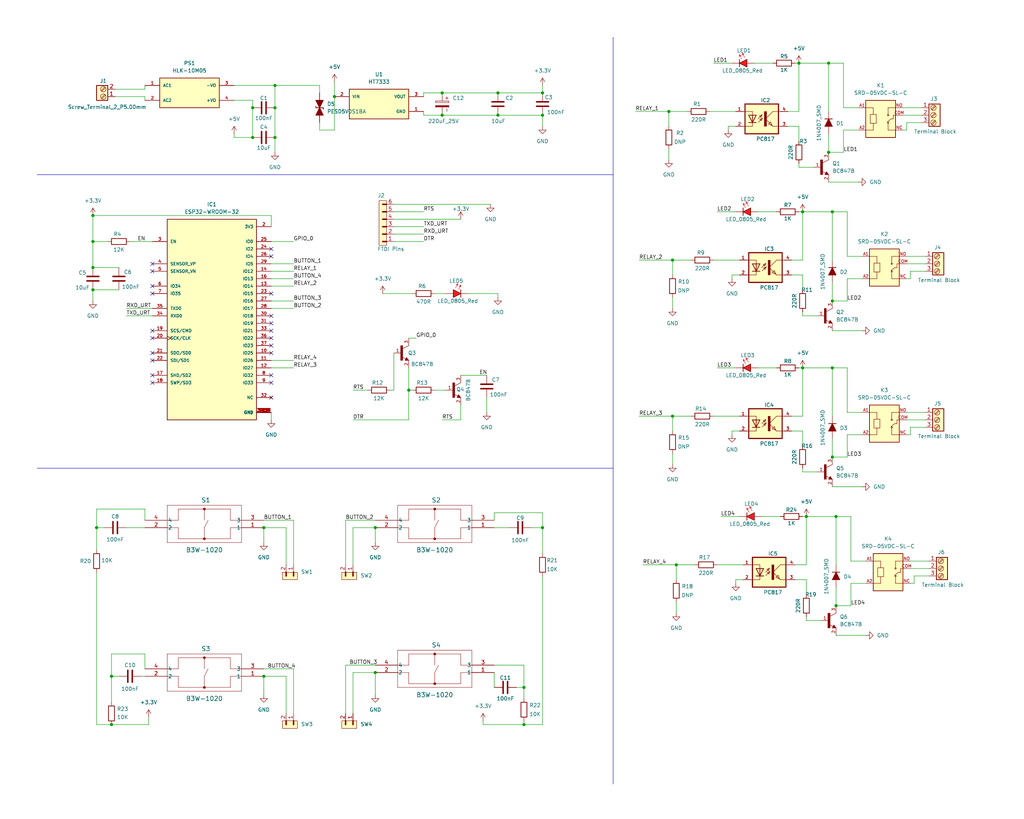
<source format=kicad_sch>
(kicad_sch (version 20231120) (generator "eeschema") (generator_version "8.0")
  (paper "User" 350 280)
  (title_block (title "Home IOT ESP32") (date "2025-03-26") (rev "1.0") (company "fathirqin"))
  (junction (at 31.75 82.55))
  (junction (at 93.98 46.99))
  (junction (at 31.75 91.44))
  (junction (at 33.02 180.34))
  (junction (at 90.17 180.34))
  (junction (at 179.07 247.65))
  (junction (at 170.18 31.75))
  (junction (at 90.17 231.14))
  (junction (at 284.48 102.87))
  (junction (at 38.1 231.14))
  (junction (at 114.3 33.02))
  (junction (at 151.13 39.37))
  (junction (at 275.59 176.53))
  (junction (at 284.48 156.21))
  (junction (at 93.98 29.21))
  (junction (at 185.42 180.34))
  (junction (at 283.21 21.59))
  (junction (at 231.14 193.04))
  (junction (at 179.07 234.95))
  (junction (at 229.87 88.9))
  (junction (at 93.98 36.83))
  (junction (at 31.75 99.06))
  (junction (at 139.7 133.35))
  (junction (at 128.27 180.34))
  (junction (at 38.1 247.65))
  (junction (at 170.18 39.37))
  (junction (at 185.42 39.37))
  (junction (at 229.87 142.24))
  (junction (at 285.75 207.01))
  (junction (at 284.48 125.73))
  (junction (at 128.27 229.87))
  (junction (at 31.75 73.66))
  (junction (at 273.05 21.59))
  (junction (at 228.6 38.1))
  (junction (at 274.32 125.73))
  (junction (at 86.36 36.83))
  (junction (at 283.21 52.07))
  (junction (at 185.42 31.75))
  (junction (at 274.32 72.39))
  (junction (at 151.13 31.75))
  (junction (at 285.75 176.53))
  (junction (at 284.48 72.39))
  (junction (at 86.36 46.99))
  (no_connect (at 92.71 135.89))
  (no_connect (at 92.71 120.65))
  (no_connect (at 92.71 130.81))
  (no_connect (at 52.07 115.57))
  (no_connect (at 92.71 110.49))
  (no_connect (at 92.71 107.95))
  (no_connect (at 52.07 90.17))
  (no_connect (at 92.71 115.57))
  (no_connect (at 52.07 130.81))
  (no_connect (at 92.71 87.63))
  (no_connect (at 52.07 120.65))
  (no_connect (at 92.71 100.33))
  (no_connect (at 52.07 100.33))
  (no_connect (at 92.71 128.27))
  (no_connect (at 52.07 123.19))
  (no_connect (at 52.07 97.79))
  (no_connect (at 92.71 118.11))
  (no_connect (at 52.07 92.71))
  (no_connect (at 52.07 113.03))
  (no_connect (at 92.71 85.09))
  (no_connect (at 92.71 113.03))
  (no_connect (at 52.07 128.27))
  (wire (pts (xy 31.75 91.44) (xy 40.64 91.44)))
  (wire (pts (xy 290.83 176.53) (xy 285.75 176.53)))
  (wire (pts (xy 33.02 180.34) (xy 33.02 187.96)))
  (wire (pts (xy 289.56 156.21) (xy 284.48 156.21)))
  (wire (pts (xy 289.56 140.97) (xy 289.56 125.73)))
  (wire (pts (xy 284.48 88.9) (xy 284.48 72.39)))
  (wire (pts (xy 31.75 73.66) (xy 31.75 82.55)))
  (wire (pts (xy 228.6 38.1) (xy 234.95 38.1)))
  (wire (pts (xy 308.61 39.37) (xy 314.96 39.37)))
  (wire (pts (xy 284.48 113.03) (xy 294.64 113.03)))
  (wire (pts (xy 284.48 149.86) (xy 284.48 156.21)))
  (wire (pts (xy 92.71 105.41) (xy 100.33 105.41)))
  (wire (pts (xy 165.1 246.38) (xy 165.1 247.65)))
  (wire (pts (xy 185.42 247.65) (xy 179.07 247.65)))
  (wire (pts (xy 44.45 82.55) (xy 52.07 82.55)))
  (wire (pts (xy 185.42 180.34) (xy 185.42 189.23)))
  (wire (pts (xy 50.8 247.65) (xy 38.1 247.65)))
  (wire (pts (xy 157.48 128.27) (xy 166.37 128.27)))
  (wire (pts (xy 274.32 160.02) (xy 274.32 161.29)))
  (wire (pts (xy 144.78 38.1) (xy 144.78 39.37)))
  (wire (pts (xy 293.37 44.45) (xy 288.29 44.45)))
  (wire (pts (xy 283.21 38.1) (xy 283.21 21.59)))
  (wire (pts (xy 93.98 36.83) (xy 93.98 46.99)))
  (wire (pts (xy 97.79 180.34) (xy 90.17 180.34)))
  (wire (pts (xy 118.11 227.33) (xy 118.11 243.84)))
  (wire (pts (xy 31.75 82.55) (xy 31.75 91.44)))
  (wire (pts (xy 217.17 38.1) (xy 228.6 38.1)))
  (wire (pts (xy 228.6 38.1) (xy 228.6 43.18)))
  (wire (pts (xy 80.01 45.72) (xy 80.01 46.99)))
  (wire (pts (xy 134.62 82.55) (xy 144.78 82.55)))
  (wire (pts (xy 168.91 177.8) (xy 168.91 175.26)))
  (wire (pts (xy 120.65 229.87) (xy 128.27 229.87)))
  (wire (pts (xy 289.56 72.39) (xy 284.48 72.39)))
  (wire (pts (xy 284.48 142.24) (xy 284.48 125.73)))
  (wire (pts (xy 285.75 193.04) (xy 285.75 176.53)))
  (wire (pts (xy 311.15 148.59) (xy 311.15 146.05)))
  (wire (pts (xy 275.59 212.09) (xy 280.67 212.09)))
  (wire (pts (xy 90.17 231.14) (xy 90.17 237.49)))
  (wire (pts (xy 289.56 148.59) (xy 289.56 156.21)))
  (wire (pts (xy 270.51 88.9) (xy 274.32 88.9)))
  (wire (pts (xy 92.71 95.25) (xy 100.33 95.25)))
  (wire (pts (xy 139.7 133.35) (xy 139.7 143.51)))
  (wire (pts (xy 311.15 194.31) (xy 317.5 194.31)))
  (wire (pts (xy 97.79 231.14) (xy 97.79 243.84)))
  (wire (pts (xy 250.19 147.32) (xy 250.19 148.59)))
  (wire (pts (xy 38.1 223.52) (xy 38.1 231.14)))
  (wire (pts (xy 92.71 90.17) (xy 100.33 90.17)))
  (wire (pts (xy 128.27 229.87) (xy 128.27 237.49)))
  (wire (pts (xy 49.53 177.8) (xy 49.53 173.99)))
  (wire (pts (xy 176.53 234.95) (xy 179.07 234.95)))
  (wire (pts (xy 231.14 193.04) (xy 237.49 193.04)))
  (wire (pts (xy 139.7 133.35) (xy 140.97 133.35)))
  (wire (pts (xy 245.11 72.39) (xy 251.46 72.39)))
  (wire (pts (xy 312.42 196.85) (xy 317.5 196.85)))
  (wire (pts (xy 92.71 140.97) (xy 92.71 143.51)))
  (wire (pts (xy 100.33 177.8) (xy 100.33 193.04)))
  (wire (pts (xy 33.02 195.58) (xy 33.02 247.65)))
  (wire (pts (xy 289.56 87.63) (xy 294.64 87.63)))
  (wire (pts (xy 274.32 106.68) (xy 274.32 107.95)))
  (wire (pts (xy 92.71 73.66) (xy 31.75 73.66)))
  (wire (pts (xy 259.08 72.39) (xy 265.43 72.39)))
  (wire (pts (xy 309.88 143.51) (xy 316.23 143.51)))
  (wire (pts (xy 274.32 93.98) (xy 274.32 99.06)))
  (wire (pts (xy 274.32 125.73) (xy 273.05 125.73)))
  (wire (pts (xy 49.53 223.52) (xy 38.1 223.52)))
  (wire (pts (xy 289.56 140.97) (xy 294.64 140.97)))
  (wire (pts (xy 120.65 180.34) (xy 128.27 180.34)))
  (wire (pts (xy 38.1 231.14) (xy 38.1 240.03)))
  (wire (pts (xy 109.22 29.21) (xy 109.22 31.75)))
  (wire (pts (xy 308.61 36.83) (xy 314.96 36.83)))
  (wire (pts (xy 242.57 38.1) (xy 251.46 38.1)))
  (wire (pts (xy 157.48 138.43) (xy 157.48 143.51)))
  (wire (pts (xy 92.71 102.87) (xy 100.33 102.87)))
  (wire (pts (xy 219.71 193.04) (xy 231.14 193.04)))
  (wire (pts (xy 49.53 33.02) (xy 49.53 34.29)))
  (wire (pts (xy 246.38 176.53) (xy 252.73 176.53)))
  (wire (pts (xy 251.46 198.12) (xy 251.46 199.39)))
  (wire (pts (xy 229.87 142.24) (xy 236.22 142.24)))
  (polyline (pts (xy 209.55 12.7) (xy 209.55 59.69)))
  (wire (pts (xy 134.62 80.01) (xy 144.78 80.01)))
  (wire (pts (xy 252.73 93.98) (xy 250.19 93.98)))
  (wire (pts (xy 179.07 234.95) (xy 179.07 238.76)))
  (wire (pts (xy 243.84 21.59) (xy 250.19 21.59)))
  (wire (pts (xy 309.88 87.63) (xy 316.23 87.63)))
  (wire (pts (xy 179.07 247.65) (xy 179.07 246.38)))
  (wire (pts (xy 284.48 72.39) (xy 274.32 72.39)))
  (wire (pts (xy 289.56 87.63) (xy 289.56 72.39)))
  (wire (pts (xy 275.59 210.82) (xy 275.59 212.09)))
  (wire (pts (xy 259.08 125.73) (xy 265.43 125.73)))
  (wire (pts (xy 231.14 193.04) (xy 231.14 198.12)))
  (wire (pts (xy 120.65 229.87) (xy 120.65 243.84)))
  (wire (pts (xy 148.59 133.35) (xy 152.4 133.35)))
  (wire (pts (xy 288.29 44.45) (xy 288.29 52.07)))
  (wire (pts (xy 311.15 146.05) (xy 316.23 146.05)))
  (wire (pts (xy 43.18 180.34) (xy 49.53 180.34)))
  (wire (pts (xy 166.37 135.89) (xy 166.37 140.97)))
  (wire (pts (xy 120.65 133.35) (xy 125.73 133.35)))
  (wire (pts (xy 92.71 97.79) (xy 100.33 97.79)))
  (wire (pts (xy 271.78 198.12) (xy 275.59 198.12)))
  (wire (pts (xy 114.3 27.94) (xy 114.3 33.02)))
  (polyline (pts (xy 209.55 59.69) (xy 209.55 160.02)))
  (wire (pts (xy 245.11 193.04) (xy 254 193.04)))
  (wire (pts (xy 118.11 177.8) (xy 128.27 177.8)))
  (wire (pts (xy 92.71 82.55) (xy 100.33 82.55)))
  (wire (pts (xy 109.22 41.91) (xy 109.22 44.45)))
  (wire (pts (xy 275.59 176.53) (xy 274.32 176.53)))
  (wire (pts (xy 289.56 102.87) (xy 284.48 102.87)))
  (wire (pts (xy 273.05 55.88) (xy 273.05 57.15)))
  (wire (pts (xy 134.62 69.85) (xy 167.64 69.85)))
  (wire (pts (xy 260.35 176.53) (xy 266.7 176.53)))
  (wire (pts (xy 270.51 93.98) (xy 274.32 93.98)))
  (wire (pts (xy 33.02 180.34) (xy 35.56 180.34)))
  (wire (pts (xy 283.21 62.23) (xy 293.37 62.23)))
  (wire (pts (xy 33.02 173.99) (xy 33.02 180.34)))
  (wire (pts (xy 229.87 88.9) (xy 229.87 93.98)))
  (wire (pts (xy 284.48 96.52) (xy 284.48 102.87)))
  (wire (pts (xy 311.15 92.71) (xy 316.23 92.71)))
  (wire (pts (xy 284.48 125.73) (xy 274.32 125.73)))
  (wire (pts (xy 151.13 143.51) (xy 157.48 143.51)))
  (wire (pts (xy 39.37 30.48) (xy 49.53 30.48)))
  (wire (pts (xy 285.75 176.53) (xy 275.59 176.53)))
  (wire (pts (xy 97.79 231.14) (xy 90.17 231.14)))
  (wire (pts (xy 97.79 180.34) (xy 97.79 193.04)))
  (wire (pts (xy 185.42 196.85) (xy 185.42 247.65)))
  (wire (pts (xy 243.84 142.24) (xy 252.73 142.24)))
  (wire (pts (xy 295.91 199.39) (xy 290.83 199.39)))
  (wire (pts (xy 128.27 227.33) (xy 118.11 227.33)))
  (wire (pts (xy 134.62 133.35) (xy 133.35 133.35)))
  (wire (pts (xy 289.56 125.73) (xy 284.48 125.73)))
  (wire (pts (xy 43.18 107.95) (xy 52.07 107.95)))
  (wire (pts (xy 168.91 180.34) (xy 173.99 180.34)))
  (wire (pts (xy 251.46 43.18) (xy 248.92 43.18)))
  (wire (pts (xy 92.71 77.47) (xy 92.71 73.66)))
  (wire (pts (xy 168.91 229.87) (xy 168.91 234.95)))
  (wire (pts (xy 168.91 175.26) (xy 185.42 175.26)))
  (wire (pts (xy 309.88 90.17) (xy 316.23 90.17)))
  (wire (pts (xy 274.32 72.39) (xy 273.05 72.39)))
  (wire (pts (xy 90.17 177.8) (xy 100.33 177.8)))
  (wire (pts (xy 130.81 100.33) (xy 140.97 100.33)))
  (wire (pts (xy 40.64 231.14) (xy 38.1 231.14)))
  (wire (pts (xy 80.01 46.99) (xy 86.36 46.99)))
  (wire (pts (xy 160.02 100.33) (xy 170.18 100.33)))
  (wire (pts (xy 288.29 52.07) (xy 283.21 52.07)))
  (wire (pts (xy 284.48 166.37) (xy 294.64 166.37)))
  (wire (pts (xy 134.62 72.39) (xy 144.78 72.39)))
  (wire (pts (xy 39.37 33.02) (xy 49.53 33.02)))
  (wire (pts (xy 120.65 143.51) (xy 139.7 143.51)))
  (polyline (pts (xy 12.7 59.69) (xy 209.55 59.69)))
  (wire (pts (xy 92.71 125.73) (xy 100.33 125.73)))
  (wire (pts (xy 49.53 228.6) (xy 49.53 223.52)))
  (wire (pts (xy 248.92 43.18) (xy 248.92 44.45)))
  (wire (pts (xy 288.29 36.83) (xy 293.37 36.83)))
  (wire (pts (xy 151.13 31.75) (xy 170.18 31.75)))
  (wire (pts (xy 229.87 101.6) (xy 229.87 105.41)))
  (wire (pts (xy 308.61 44.45) (xy 309.88 44.45)))
  (wire (pts (xy 80.01 29.21) (xy 93.98 29.21)))
  (wire (pts (xy 283.21 21.59) (xy 273.05 21.59)))
  (wire (pts (xy 245.11 125.73) (xy 251.46 125.73)))
  (wire (pts (xy 120.65 180.34) (xy 120.65 193.04)))
  (wire (pts (xy 269.24 43.18) (xy 273.05 43.18)))
  (wire (pts (xy 290.83 191.77) (xy 295.91 191.77)))
  (wire (pts (xy 309.88 44.45) (xy 309.88 41.91)))
  (wire (pts (xy 92.71 123.19) (xy 100.33 123.19)))
  (wire (pts (xy 311.15 191.77) (xy 317.5 191.77)))
  (wire (pts (xy 273.05 43.18) (xy 273.05 48.26)))
  (wire (pts (xy 90.17 180.34) (xy 90.17 185.42)))
  (wire (pts (xy 49.53 30.48) (xy 49.53 29.21)))
  (wire (pts (xy 139.7 125.73) (xy 139.7 133.35)))
  (wire (pts (xy 257.81 21.59) (xy 264.16 21.59)))
  (wire (pts (xy 31.75 99.06) (xy 40.64 99.06)))
  (wire (pts (xy 275.59 193.04) (xy 275.59 176.53)))
  (wire (pts (xy 139.7 115.57) (xy 142.24 115.57)))
  (wire (pts (xy 274.32 147.32) (xy 274.32 152.4)))
  (wire (pts (xy 274.32 142.24) (xy 274.32 125.73)))
  (wire (pts (xy 274.32 88.9) (xy 274.32 72.39)))
  (wire (pts (xy 283.21 45.72) (xy 283.21 52.07)))
  (wire (pts (xy 254 198.12) (xy 251.46 198.12)))
  (wire (pts (xy 309.88 148.59) (xy 311.15 148.59)))
  (wire (pts (xy 309.88 41.91) (xy 314.96 41.91)))
  (wire (pts (xy 48.26 231.14) (xy 49.53 231.14)))
  (polyline (pts (xy 209.55 160.02) (xy 209.55 267.97)))
  (wire (pts (xy 170.18 100.33) (xy 170.18 101.6)))
  (wire (pts (xy 185.42 175.26) (xy 185.42 180.34)))
  (wire (pts (xy 134.62 77.47) (xy 144.78 77.47)))
  (wire (pts (xy 275.59 198.12) (xy 275.59 203.2)))
  (wire (pts (xy 271.78 193.04) (xy 275.59 193.04)))
  (wire (pts (xy 294.64 95.25) (xy 289.56 95.25)))
  (wire (pts (xy 288.29 36.83) (xy 288.29 21.59)))
  (wire (pts (xy 231.14 205.74) (xy 231.14 209.55)))
  (wire (pts (xy 128.27 180.34) (xy 128.27 185.42)))
  (wire (pts (xy 93.98 46.99) (xy 93.98 52.07)))
  (wire (pts (xy 92.71 92.71) (xy 100.33 92.71)))
  (wire (pts (xy 114.3 44.45) (xy 114.3 33.02)))
  (wire (pts (xy 185.42 29.21) (xy 185.42 31.75)))
  (wire (pts (xy 285.75 200.66) (xy 285.75 207.01)))
  (wire (pts (xy 50.8 245.11) (xy 50.8 247.65)))
  (wire (pts (xy 170.18 39.37) (xy 185.42 39.37)))
  (wire (pts (xy 118.11 177.8) (xy 118.11 193.04)))
  (wire (pts (xy 36.83 82.55) (xy 31.75 82.55)))
  (wire (pts (xy 285.75 217.17) (xy 295.91 217.17)))
  (wire (pts (xy 218.44 142.24) (xy 229.87 142.24)))
  (polyline (pts (xy 12.7 160.02) (xy 209.55 160.02)))
  (wire (pts (xy 86.36 36.83) (xy 86.36 46.99)))
  (wire (pts (xy 185.42 39.37) (xy 185.42 43.18)))
  (wire (pts (xy 151.13 39.37) (xy 170.18 39.37)))
  (wire (pts (xy 229.87 142.24) (xy 229.87 147.32)))
  (wire (pts (xy 181.61 180.34) (xy 185.42 180.34)))
  (wire (pts (xy 170.18 31.75) (xy 185.42 31.75)))
  (wire (pts (xy 309.88 140.97) (xy 316.23 140.97)))
  (wire (pts (xy 274.32 161.29) (xy 279.4 161.29)))
  (wire (pts (xy 109.22 29.21) (xy 93.98 29.21)))
  (wire (pts (xy 165.1 247.65) (xy 179.07 247.65)))
  (wire (pts (xy 311.15 95.25) (xy 311.15 92.71)))
  (wire (pts (xy 168.91 227.33) (xy 179.07 227.33)))
  (wire (pts (xy 49.53 173.99) (xy 33.02 173.99)))
  (wire (pts (xy 144.78 39.37) (xy 151.13 39.37)))
  (wire (pts (xy 43.18 105.41) (xy 52.07 105.41)))
  (wire (pts (xy 229.87 88.9) (xy 236.22 88.9)))
  (wire (pts (xy 144.78 33.02) (xy 144.78 31.75)))
  (wire (pts (xy 93.98 29.21) (xy 93.98 36.83)))
  (wire (pts (xy 228.6 50.8) (xy 228.6 54.61)))
  (wire (pts (xy 86.36 34.29) (xy 86.36 36.83)))
  (wire (pts (xy 274.32 107.95) (xy 279.4 107.95)))
  (wire (pts (xy 80.01 34.29) (xy 86.36 34.29)))
  (wire (pts (xy 144.78 31.75) (xy 151.13 31.75)))
  (wire (pts (xy 243.84 88.9) (xy 252.73 88.9)))
  (wire (pts (xy 109.22 44.45) (xy 114.3 44.45)))
  (wire (pts (xy 294.64 148.59) (xy 289.56 148.59)))
  (wire (pts (xy 269.24 38.1) (xy 273.05 38.1)))
  (wire (pts (xy 273.05 21.59) (xy 271.78 21.59)))
  (wire (pts (xy 270.51 142.24) (xy 274.32 142.24)))
  (wire (pts (xy 250.19 93.98) (xy 250.19 95.25)))
  (wire (pts (xy 309.88 95.25) (xy 311.15 95.25)))
  (wire (pts (xy 273.05 57.15) (xy 278.13 57.15)))
  (wire (pts (xy 290.83 199.39) (xy 290.83 207.01)))
  (wire (pts (xy 288.29 21.59) (xy 283.21 21.59)))
  (wire (pts (xy 270.51 147.32) (xy 274.32 147.32)))
  (wire (pts (xy 31.75 99.06) (xy 31.75 102.87)))
  (wire (pts (xy 218.44 88.9) (xy 229.87 88.9)))
  (wire (pts (xy 311.15 199.39) (xy 312.42 199.39)))
  (wire (pts (xy 290.83 207.01) (xy 285.75 207.01)))
  (wire (pts (xy 100.33 228.6) (xy 100.33 243.84)))
  (wire (pts (xy 289.56 95.25) (xy 289.56 102.87)))
  (wire (pts (xy 312.42 199.39) (xy 312.42 196.85)))
  (wire (pts (xy 134.62 74.93) (xy 157.48 74.93)))
  (wire (pts (xy 179.07 227.33) (xy 179.07 234.95)))
  (wire (pts (xy 90.17 228.6) (xy 100.33 228.6)))
  (wire (pts (xy 229.87 154.94) (xy 229.87 158.75)))
  (wire (pts (xy 252.73 147.32) (xy 250.19 147.32)))
  (wire (pts (xy 273.05 38.1) (xy 273.05 21.59)))
  (wire (pts (xy 148.59 100.33) (xy 152.4 100.33)))
  (wire (pts (xy 290.83 191.77) (xy 290.83 176.53)))
  (wire (pts (xy 134.62 120.65) (xy 134.62 133.35)))
  (wire (pts (xy 33.02 247.65) (xy 38.1 247.65)))
  (label "EN" (at 46.99 82.55 0))
  (label "LED4" (at 246.38 176.53 0))
  (label "RELAY_4" (at 219.71 193.04 0))
  (label "RXD_URT" (at 144.78 80.01 0))
  (label "RELAY_2" (at 218.44 88.9 0))
  (label "LED4" (at 290.83 207.01 0))
  (label "TXD_URT" (at 43.18 107.95 0))
  (label "RXD_URT" (at 43.18 105.41 0))
  (label "LED3" (at 289.56 156.21 0))
  (label "RTS" (at 120.65 133.35 0))
  (label "DTR" (at 144.78 82.55 0))
  (label "RELAY_1" (at 100.33 92.71 0))
  (label "LED3" (at 245.11 125.73 0))
  (label "TXD_URT" (at 144.78 77.47 0))
  (label "RELAY_1" (at 217.17 38.1 0))
  (label "RELAY_2" (at 100.33 97.79 0))
  (label "GPIO_0" (at 100.33 82.55 0))
  (label "BUTTON_1" (at 100.33 90.17 0))
  (label "RELAY_3" (at 218.44 142.24 0))
  (label "BUTTON_2" (at 100.33 105.41 0))
  (label "RELAY_3" (at 100.33 125.73 0))
  (label "LED2" (at 289.56 102.87 0))
  (label "BUTTON_3" (at 119.38 227.33 0))
  (label "LED1" (at 243.84 21.59 0))
  (label "GPIO_0" (at 142.24 115.57 0))
  (label "LED2" (at 245.11 72.39 0))
  (label "LED1" (at 288.29 52.07 0))
  (label "RTS" (at 144.78 72.39 0))
  (label "RELAY_4" (at 100.33 123.19 0))
  (label "EN" (at 163.83 128.27 0))
  (label "BUTTON_1" (at 90.17 177.8 0))
  (label "BUTTON_2" (at 118.11 177.8 0))
  (label "BUTTON_4" (at 100.33 95.25 0))
  (label "DTR" (at 120.65 143.51 0))
  (label "RTS" (at 151.13 143.51 0))
  (label "BUTTON_3" (at 100.33 102.87 0))
  (label "BUTTON_4" (at 91.44 228.6 0))
  (symbol (lib_id "PCM_4ms_Power-symbol:+3.3V") (at 50.8 245.11 0) (unit 1)
    (property "Reference" "#PWR03" (effects (hide yes)))
    (property "Value" "+3.3V" (at 50.8 240.03 0))
  )
  (symbol (lib_id "PCM_4ms_Power-symbol:GND") (at 248.92 44.45 0) (unit 1)
    (property "Reference" "#PWR022" (effects (hide yes)))
    (property "Value" "GND" (at 248.92 49.53 0))
  )
  (symbol (lib_id "PCM_Capacitor_US_AKL:C_0805") (at 170.18 35.56 0) (unit 1)
    (property "Reference" "C2" (at 172.72 33.528 0) (effects (justify left)))
    (property "Value" "10uF" (at 167.894 41.402 0) (effects (justify left)))
    (property "Footprint" "PCM_Capacitor_SMD_AKL:C_0805_2012Metric" (effects (hide yes)))
    (property "Description" "SMD 0805 MLCC capacitor, Alternate KiCad Library" (effects (hide yes)))
  )
  (symbol (lib_id "PCM_Capacitor_AKL:C_0805") (at 90.17 36.83 90) (unit 1)
    (property "Reference" "C1" (at 90.17 33.528 90))
    (property "Value" "100nF" (at 90.17 40.386 90))
    (property "Footprint" "PCM_Capacitor_SMD_AKL:C_0805_2012Metric" (effects (hide yes)))
    (property "Description" "SMD 0805 MLCC capacitor, Alternate KiCad Library" (effects (hide yes)))
  )
  (symbol (lib_id "PCM_4ms_Power-symbol:GND") (at 229.87 105.41 0) (unit 1)
    (property "Reference" "#PWR019" (effects (hide yes)))
    (property "Value" "GND" (at 229.87 110.49 0))
  )
  (symbol (lib_id "PCM_4ms_Power-symbol:+5V") (at 273.05 21.59 0) (unit 1)
    (property "Reference" "#PWR026" (effects (hide yes)))
    (property "Value" "+5V" (at 273.05 16.51 0))
  )
  (symbol (lib_id "PCM_4ms_Power-symbol:GND") (at 128.27 237.49 0) (unit 1)
    (property "Reference" "#PWR010" (effects (hide yes)))
    (property "Value" "GND" (at 128.27 242.57 0))
  )
  (symbol (lib_id "HT7333:HT7333") (at 129.54 35.56 0) (unit 1)
    (property "Reference" "U1" (at 129.54 25.4 0))
    (property "Value" "HT7333" (at 129.54 27.94 0))
    (property "Footprint" "HT7333:IC_HT7333" (effects (hide yes)))
    (property "MF" "Holtek Semiconductor" (effects (hide yes)))
    (property "MAXIMUM_PACKAGE_HEIGHT" "1.6 mm" (effects (hide yes)))
    (property "Package" "None" (effects (hide yes)))
    (property "Price" "None" (effects (hide yes)))
    (property "Check_prices" "https://www.snapeda.com/parts/HT7333/Holtek/view-part/?ref=eda" (effects (hide yes)))
    (property "STANDARD" "Manufacturer Recommendations" (effects (hide yes)))
    (property "PARTREV" "1.80" (effects (hide yes)))
    (property "SnapEDA_Link" "https://www.snapeda.com/parts/HT7333/Holtek/view-part/?ref=snap" (effects (hide yes)))
    (property "MP" "HT7333" (effects (hide yes)))
    (property "Description_1" "\n                        \n                            Three-terminal, low power, high voltage regulator implemented in CMOS technology\n                        \n" (effects (hide yes)))
    (property "SNAPEDA_PN" "HT7333" (effects (hide yes)))
    (property "Availability" "In Stock" (effects (hide yes)))
    (property "MANUFACTURER" "Holtek" (effects (hide yes)))
  )
  (symbol (lib_id "2025-03-26_04-49-07:B3W-1020") (at 90.17 180.34 180) (unit 1)
    (property "Reference" "S1" (at 70.358 170.942 0) (effects (font (size 1.524 1.524))))
    (property "Value" "B3W-1020" (at 69.85 187.96 0) (effects (font (size 1.524 1.524))))
    (property "Footprint" "B3W_1020:SW_B3W-1020_OMR" (effects (hide yes)))
    (property "Datasheet" "B3W-1020" (effects (hide yes)))
  )
  (symbol (lib_id "PCM_4ms_Power-symbol:GND") (at 231.14 209.55 0) (unit 1)
    (property "Reference" "#PWR021" (effects (hide yes)))
    (property "Value" "GND" (at 231.14 214.63 0))
  )
  (symbol (lib_id "ESP32-WROOM-32 (MK):ESP32-WROOM-32") (at 72.39 110.49 0) (unit 1)
    (property "Reference" "IC1" (at 72.39 69.85 0))
    (property "Value" "ESP32-WROOM-32" (at 72.39 72.39 0))
    (property "Footprint" "ESP32-WROOM-32:MODULE_ESP32-WROOM-32" (effects (hide yes)))
    (property "MF" "Espressif Systems" (effects (hide yes)))
    (property "MAXIMUM_PACKAGE_HEIGHT" "3.2 mm" (effects (hide yes)))
    (property "Package" "None" (effects (hide yes)))
    (property "Price" "None" (effects (hide yes)))
    (property "Check_prices" "https://www.snapeda.com/parts/ESP32-WROOM-32/Espressif+Systems/view-part/?ref=eda" (effects (hide yes)))
    (property "STANDARD" "Manufacturer Recommendations" (effects (hide yes)))
    (property "PARTREV" "2.9" (effects (hide yes)))
    (property "SnapEDA_Link" "https://www.snapeda.com/parts/ESP32-WROOM-32/Espressif+Systems/view-part/?ref=snap" (effects (hide yes)))
    (property "MP" "ESP32-WROOM-32" (effects (hide yes)))
    (property "Description_1" "\n                        \n                            Bluetooth, WiFi 802.11b/g/n, Bluetooth v4.2 +EDR, Class 1, 2 and 3 Transceiver Module 2.4GHz ~ 2.5GHz Antenna Not Included, U.FL Surface Mount\n                        \n" (effects (hide yes)))
    (property "Availability" "In Stock" (effects (hide yes)))
    (property "MANUFACTURER" "Espressif Systems" (effects (hide yes)))
  )
  (symbol (lib_id "PCM_SL_Pin_Headers:PINHD_1x6_Male") (at 130.81 76.2 180) (unit 1)
    (property "Reference" "J2" (at 130.302 66.802 0))
    (property "Value" "FTDI Pins" (at 133.604 85.09 0))
    (property "Footprint" "Connector_PinHeader_2.54mm:PinHeader_1x06_P2.54mm_Vertical" (effects (hide yes)))
    (property "Description" "Pin Header male with pin space 2.54mm. Pin Count -6" (effects (hide yes)))
  )
  (symbol (lib_id "PC817:PC817") (at 261.62 40.64 0) (unit 1)
    (property "Reference" "IC2" (at 261.62 34.29 0))
    (property "Value" "PC817" (at 261.62 47.498 0))
    (property "Footprint" "PC817:DIL04" (effects (hide yes)))
    (property "MF" "Renesas Electronics America Inc" (effects (hide yes)))
    (property "Description_1" "\n                        \n                            RF Mixer IC Cellular, DCS, PCS, W-CDMA, WLAN Up Converter 50MHz ~ 400MHz 6-SuperMiniMold\n                        \n" (effects (hide yes)))
    (property "Package" "None" (effects (hide yes)))
    (property "MPN" "PC817X4J000F" (effects (hide yes)))
    (property "Price" "None" (effects (hide yes)))
    (property "OC_FARNELL" "9707727" (effects (hide yes)))
    (property "SnapEDA_Link" "https://www.snapeda.com/parts/PC817/Renesas/view-part/?ref=snap" (effects (hide yes)))
    (property "MP" "PC817" (effects (hide yes)))
    (property "OC_NEWARK" "97K7059" (effects (hide yes)))
    (property "Availability" "Not in stock" (effects (hide yes)))
    (property "Check_prices" "https://www.snapeda.com/parts/PC817/Renesas/view-part/?ref=eda" (effects (hide yes)))
  )
  (symbol (lib_id "PCM_Capacitor_AKL:C_0805") (at 40.64 95.25 0) (unit 1)
    (property "Reference" "C6" (at 43.688 92.964 0))
    (property "Value" "100nF" (at 44.704 98.044 0))
    (property "Footprint" "PCM_Capacitor_SMD_AKL:C_0805_2012Metric" (effects (hide yes)))
    (property "Description" "SMD 0805 MLCC capacitor, Alternate KiCad Library" (effects (hide yes)))
  )
  (symbol (lib_id "PCM_SL_Pin_Headers:PINHD_1x2_Male") (at 119.38 247.65 270) (unit 1)
    (property "Reference" "SW4" (at 123.19 247.5249 90) (effects (justify left)))
    (property "Value" "PINHD_1x2_Male" (effects (hide yes)))
    (property "Footprint" "Connector_PinHeader_2.54mm:PinHeader_1x02_P2.54mm_Vertical" (effects (hide yes)))
    (property "Description" "Pin Header male with pin space 2.54mm. Pin Count -2" (effects (hide yes)))
  )
  (symbol (lib_id "PCM_SL_Screw_Terminal:Screw_Terminal_3_P5.00mm") (at 318.77 39.37 0) (unit 1)
    (property "Reference" "J3" (at 318.008 33.782 0) (effects (justify left)))
    (property "Value" "Terminal Block" (at 312.42 44.958 0) (effects (justify left)))
    (property "Footprint" "TerminalBlock_Phoenix:TerminalBlock_Phoenix_PT-1,5-3-5.0-H_1x03_P5.00mm_Horizontal" (effects (hide yes)))
  )
  (symbol (lib_id "PCM_LED_AKL:LED_0805_Red") (at 256.54 176.53 0) (mirror y) (unit 1)
    (property "Reference" "LED4" (at 256.794 172.212 0))
    (property "Value" "LED_0805_Red" (at 256.286 179.07 0))
    (property "Footprint" "PCM_LED_SMD_AKL:LED_0805_2012Metric" (effects (hide yes)))
    (property "Description" "Red SMD LED, 0805, Alternate KiCad Library" (effects (hide yes)))
  )
  (symbol (lib_id "BC847B:BC847B") (at 281.94 161.29 0) (unit 1)
    (property "Reference" "Q5" (at 285.75 160.0199 0) (effects (justify left)))
    (property "Value" "BC847B" (at 285.75 162.5599 0) (effects (justify left)))
    (property "Footprint" "BC847B:SOT100P230X110-3N" (effects (hide yes)))
    (property "MF" "STMicroelectronics" (effects (hide yes)))
    (property "SNAPEDA_PACKAGE_ID" "23981" (effects (hide yes)))
    (property "Package" "SOT-23-3 NXP Semiconductors" (effects (hide yes)))
    (property "Price" "None" (effects (hide yes)))
    (property "Check_prices" "https://www.snapeda.com/parts/BC847B/STMicroelectronics/view-part/?ref=eda" (effects (hide yes)))
    (property "STANDARD" "IPC-7351B" (effects (hide yes)))
    (property "PARTREV" "June 2002" (effects (hide yes)))
    (property "SnapEDA_Link" "https://www.snapeda.com/parts/BC847B/STMicroelectronics/view-part/?ref=snap" (effects (hide yes)))
    (property "MP" "BC847B" (effects (hide yes)))
    (property "Description_1" "\n                        \n                            Bipolar (BJT) Transistor NPN 45V 100mA 100MHz 150mW Surface Mount SOT-523\n                        \n" (effects (hide yes)))
    (property "MANUFACTURER" "ST Microelectronics" (effects (hide yes)))
    (property "Availability" "Not in stock" (effects (hide yes)))
    (property "MAXIMUM_PACKAGE_HEIGHT" "1.1mm" (effects (hide yes)))
  )
  (symbol (lib_id "PCM_Capacitor_US_AKL:C_0805") (at 90.17 46.99 90) (unit 1)
    (property "Reference" "C4" (at 90.17 43.434 90))
    (property "Value" "10uF" (at 90.17 50.546 90))
    (property "Footprint" "PCM_Capacitor_SMD_AKL:C_0805_2012Metric" (effects (hide yes)))
    (property "Description" "SMD 0805 MLCC capacitor, Alternate KiCad Library" (effects (hide yes)))
  )
  (symbol (lib_id "PCM_Resistor_AKL:R_0805") (at 144.78 133.35 90) (unit 1)
    (property "Reference" "R13" (at 144.272 130.81 90))
    (property "Value" "12K" (at 144.78 136.144 90))
    (property "Footprint" "PCM_Resistor_SMD_AKL:R_0805_2012Metric" (effects (hide yes)))
    (property "Description" "SMD 0805 Chip Resistor, European Symbol, Alternate KiCad Library" (effects (hide yes)))
  )
  (symbol (lib_id "PCM_4ms_Power-symbol:+5V") (at 114.3 27.94 0) (unit 1)
    (property "Reference" "#PWR035" (effects (hide yes)))
    (property "Value" "+5V" (at 114.3 22.86 0))
  )
  (symbol (lib_id "PCM_4ms_Power-symbol:GND") (at 295.91 217.17 90) (unit 1)
    (property "Reference" "#PWR033" (effects (hide yes)))
    (property "Value" "GND" (at 299.72 217.1699 90) (effects (justify right)))
  )
  (symbol (lib_id "PCM_Resistor_AKL:R_0805") (at 229.87 151.13 180) (unit 1)
    (property "Reference" "R15" (at 233.68 149.606 0))
    (property "Value" "DNP" (at 233.68 152.654 0))
    (property "Footprint" "PCM_Resistor_SMD_AKL:R_0805_2012Metric" (effects (hide yes)))
    (property "Description" "SMD 0805 Chip Resistor, European Symbol, Alternate KiCad Library" (effects (hide yes)))
  )
  (symbol (lib_id "PCM_4ms_Power-symbol:GND") (at 294.64 166.37 90) (unit 1)
    (property "Reference" "#PWR032" (effects (hide yes)))
    (property "Value" "GND" (at 298.45 166.3699 90) (effects (justify right)))
  )
  (symbol (lib_id "PCM_Resistor_AKL:R_0805") (at 270.51 176.53 270) (unit 1)
    (property "Reference" "R24" (at 270.51 174.244 90))
    (property "Value" "1K" (at 270.51 178.816 90))
    (property "Footprint" "PCM_Resistor_SMD_AKL:R_0805_2012Metric" (effects (hide yes)))
    (property "Description" "SMD 0805 Chip Resistor, European Symbol, Alternate KiCad Library" (effects (hide yes)))
  )
  (symbol (lib_id "PCM_Resistor_AKL:R_0805") (at 229.87 97.79 180) (unit 1)
    (property "Reference" "R10" (at 233.68 96.266 0))
    (property "Value" "DNP" (at 233.68 99.314 0))
    (property "Footprint" "PCM_Resistor_SMD_AKL:R_0805_2012Metric" (effects (hide yes)))
    (property "Description" "SMD 0805 Chip Resistor, European Symbol, Alternate KiCad Library" (effects (hide yes)))
  )
  (symbol (lib_id "SRD-05VDC-SL-C:SRD-05VDC-SL-C") (at 302.26 90.17 0) (unit 1)
    (property "Reference" "K2" (at 302.26 80.01 0))
    (property "Value" "SRD-05VDC-SL-C" (at 302.26 82.55 0))
    (property "Footprint" "SRD-05VDC-SL-C:RELAY_SRD-05VDC-SL-C" (effects (hide yes)))
    (property "MF" "Songle Relay" (effects (hide yes)))
    (property "Description_1" "\n                        \n                            5V Trigger Relay Module For Arduino And Raspberry Pi 5V Trigger Relay Module For Arduino And Raspberry Pi\n                        \n" (effects (hide yes)))
    (property "Package" "NON STANDARD-5 Songle Relay" (effects (hide yes)))
    (property "Price" "None" (effects (hide yes)))
    (property "Check_prices" "https://www.snapeda.com/parts/SRD-05VDC-SL-C/Songle+Relay/view-part/?ref=eda" (effects (hide yes)))
    (property "STANDARD" "IPC-7251" (effects (hide yes)))
    (property "SnapEDA_Link" "https://www.snapeda.com/parts/SRD-05VDC-SL-C/Songle+Relay/view-part/?ref=snap" (effects (hide yes)))
    (property "MP" "SRD-05VDC-SL-C" (effects (hide yes)))
    (property "Availability" "In Stock" (effects (hide yes)))
    (property "MANUFACTURER" "SONGLE RELAY" (effects (hide yes)))
  )
  (symbol (lib_id "PCM_4ms_Power-symbol:GND") (at 250.19 148.59 0) (unit 1)
    (property "Reference" "#PWR024" (effects (hide yes)))
    (property "Value" "GND" (at 250.19 153.67 0))
  )
  (symbol (lib_id "PCM_4ms_Power-symbol:GND") (at 228.6 54.61 0) (unit 1)
    (property "Reference" "#PWR018" (effects (hide yes)))
    (property "Value" "GND" (at 228.6 59.69 0))
  )
  (symbol (lib_id "PCM_Resistor_AKL:R_0805") (at 228.6 46.99 180) (unit 1)
    (property "Reference" "R2" (at 232.41 45.466 0))
    (property "Value" "DNP" (at 232.41 48.514 0))
    (property "Footprint" "PCM_Resistor_SMD_AKL:R_0805_2012Metric" (effects (hide yes)))
    (property "Description" "SMD 0805 Chip Resistor, European Symbol, Alternate KiCad Library" (effects (hide yes)))
  )
  (symbol (lib_id "PCM_Resistor_AKL:R_0805") (at 40.64 82.55 90) (unit 1)
    (property "Reference" "R4" (at 40.132 80.01 90))
    (property "Value" "12K" (at 40.64 85.344 90))
    (property "Footprint" "PCM_Resistor_SMD_AKL:R_0805_2012Metric" (effects (hide yes)))
    (property "Description" "SMD 0805 Chip Resistor, European Symbol, Alternate KiCad Library" (effects (hide yes)))
  )
  (symbol (lib_id "PCM_Resistor_AKL:R_0805") (at 269.24 125.73 270) (unit 1)
    (property "Reference" "R8" (at 269.24 123.444 90))
    (property "Value" "1K" (at 269.24 128.016 90))
    (property "Footprint" "PCM_Resistor_SMD_AKL:R_0805_2012Metric" (effects (hide yes)))
    (property "Description" "SMD 0805 Chip Resistor, European Symbol, Alternate KiCad Library" (effects (hide yes)))
  )
  (symbol (lib_id "PCM_Resistor_AKL:R_0805") (at 274.32 102.87 180) (unit 1)
    (property "Reference" "R11" (at 275.844 99.06 0))
    (property "Value" "220R" (at 271.526 102.87 90))
    (property "Footprint" "PCM_Resistor_SMD_AKL:R_0805_2012Metric" (effects (hide yes)))
    (property "Description" "SMD 0805 Chip Resistor, European Symbol, Alternate KiCad Library" (effects (hide yes)))
  )
  (symbol (lib_id "PCM_SL_Screw_Terminal:Screw_Terminal_3_P5.00mm") (at 321.31 194.31 0) (unit 1)
    (property "Reference" "J6" (at 320.548 188.722 0) (effects (justify left)))
    (property "Value" "Terminal Block" (at 314.96 199.898 0) (effects (justify left)))
    (property "Footprint" "TerminalBlock_Phoenix:TerminalBlock_Phoenix_PT-1,5-3-5.0-H_1x03_P5.00mm_Horizontal" (effects (hide yes)))
  )
  (symbol (lib_id "PCM_Resistor_AKL:R_0805") (at 179.07 242.57 180) (unit 1)
    (property "Reference" "R22" (at 182.88 241.046 0))
    (property "Value" "10K" (at 182.88 244.094 0))
    (property "Footprint" "PCM_Resistor_SMD_AKL:R_0805_2012Metric" (effects (hide yes)))
    (property "Description" "SMD 0805 Chip Resistor, European Symbol, Alternate KiCad Library" (effects (hide yes)))
  )
  (symbol (lib_id "PCM_Diode_AKL:M7") (at 283.21 41.91 90) (unit 1)
    (property "Reference" "D1" (at 285.75 42.164 90) (effects (justify right)))
    (property "Value" "1N4007_SMD" (at 279.908 35.814 0) (effects (justify right)))
    (property "Footprint" "PCM_Diode_SMD_AKL:D_SMA" (effects (hide yes)))
    (property "Datasheet" "https://www.tme.eu/Document/0550e9bf27627c5cdfb653945cb570ca/m1-m7.pdf" (effects (hide yes)))
    (property "Description" "SMA Diode, Rectifier, 1000V, 1A, Alternate KiCad Library" (effects (hide yes)))
  )
  (symbol (lib_id "PCM_4ms_Power-symbol:+3.3V") (at 165.1 246.38 0) (unit 1)
    (property "Reference" "#PWR013" (effects (hide yes)))
    (property "Value" "+3.3V" (at 165.1 241.3 0))
  )
  (symbol (lib_id "PC817:PC817") (at 262.89 91.44 0) (unit 1)
    (property "Reference" "IC3" (at 262.89 85.09 0))
    (property "Value" "PC817" (at 262.89 98.298 0))
    (property "Footprint" "PC817:DIL04" (effects (hide yes)))
    (property "MF" "Renesas Electronics America Inc" (effects (hide yes)))
    (property "Description_1" "\n                        \n                            RF Mixer IC Cellular, DCS, PCS, W-CDMA, WLAN Up Converter 50MHz ~ 400MHz 6-SuperMiniMold\n                        \n" (effects (hide yes)))
    (property "Package" "None" (effects (hide yes)))
    (property "MPN" "PC817X4J000F" (effects (hide yes)))
    (property "Price" "None" (effects (hide yes)))
    (property "OC_FARNELL" "9707727" (effects (hide yes)))
    (property "SnapEDA_Link" "https://www.snapeda.com/parts/PC817/Renesas/view-part/?ref=snap" (effects (hide yes)))
    (property "MP" "PC817" (effects (hide yes)))
    (property "OC_NEWARK" "97K7059" (effects (hide yes)))
    (property "Availability" "Not in stock" (effects (hide yes)))
    (property "Check_prices" "https://www.snapeda.com/parts/PC817/Renesas/view-part/?ref=eda" (effects (hide yes)))
  )
  (symbol (lib_id "PCM_Capacitor_US_AKL:C_0805") (at 31.75 95.25 0) (unit 1)
    (property "Reference" "C5" (at 28.194 93.218 0))
    (property "Value" "10uF" (at 28.194 98.298 0))
    (property "Footprint" "PCM_Capacitor_SMD_AKL:C_0805_2012Metric" (effects (hide yes)))
    (property "Description" "SMD 0805 MLCC capacitor, Alternate KiCad Library" (effects (hide yes)))
  )
  (symbol (lib_id "PCM_Capacitor_AKL:C_0805") (at 177.8 180.34 90) (unit 1)
    (property "Reference" "C9" (at 177.8 177.038 90))
    (property "Value" "100nF" (at 177.8 184.658 90))
    (property "Footprint" "PCM_Capacitor_SMD_AKL:C_0805_2012Metric" (effects (hide yes)))
    (property "Description" "SMD 0805 MLCC capacitor, Alternate KiCad Library" (effects (hide yes)))
  )
  (symbol (lib_id "BC847B:BC847B") (at 283.21 212.09 0) (unit 1)
    (property "Reference" "Q6" (at 287.02 210.8199 0) (effects (justify left)))
    (property "Value" "BC847B" (at 287.02 213.3599 0) (effects (justify left)))
    (property "Footprint" "BC847B:SOT100P230X110-3N" (effects (hide yes)))
    (property "MF" "STMicroelectronics" (effects (hide yes)))
    (property "SNAPEDA_PACKAGE_ID" "23981" (effects (hide yes)))
    (property "Package" "SOT-23-3 NXP Semiconductors" (effects (hide yes)))
    (property "Price" "None" (effects (hide yes)))
    (property "Check_prices" "https://www.snapeda.com/parts/BC847B/STMicroelectronics/view-part/?ref=eda" (effects (hide yes)))
    (property "STANDARD" "IPC-7351B" (effects (hide yes)))
    (property "PARTREV" "June 2002" (effects (hide yes)))
    (property "SnapEDA_Link" "https://www.snapeda.com/parts/BC847B/STMicroelectronics/view-part/?ref=snap" (effects (hide yes)))
    (property "MP" "BC847B" (effects (hide yes)))
    (property "Description_1" "\n                        \n                            Bipolar (BJT) Transistor NPN 45V 100mA 100MHz 150mW Surface Mount SOT-523\n                        \n" (effects (hide yes)))
    (property "MANUFACTURER" "ST Microelectronics" (effects (hide yes)))
    (property "Availability" "Not in stock" (effects (hide yes)))
    (property "MAXIMUM_PACKAGE_HEIGHT" "1.1mm" (effects (hide yes)))
  )
  (symbol (lib_id "PCM_Resistor_AKL:R_0805") (at 240.03 142.24 90) (unit 1)
    (property "Reference" "R14" (at 239.522 139.7 90))
    (property "Value" "220R" (at 240.03 145.034 90))
    (property "Footprint" "PCM_Resistor_SMD_AKL:R_0805_2012Metric" (effects (hide yes)))
    (property "Description" "SMD 0805 Chip Resistor, European Symbol, Alternate KiCad Library" (effects (hide yes)))
  )
  (symbol (lib_id "PCM_Resistor_AKL:R_0805") (at 241.3 193.04 90) (unit 1)
    (property "Reference" "R17" (at 240.792 190.5 90))
    (property "Value" "220R" (at 241.3 195.834 90))
    (property "Footprint" "PCM_Resistor_SMD_AKL:R_0805_2012Metric" (effects (hide yes)))
    (property "Description" "SMD 0805 Chip Resistor, European Symbol, Alternate KiCad Library" (effects (hide yes)))
  )
  (symbol (lib_id "PCM_4ms_Power-symbol:GND") (at 167.64 69.85 0) (unit 1)
    (property "Reference" "#PWR015" (effects (hide yes)))
    (property "Value" "GND" (at 167.64 74.93 0))
  )
  (symbol (lib_id "PCM_Resistor_AKL:R_0805") (at 38.1 243.84 180) (unit 1)
    (property "Reference" "R23" (at 41.91 242.316 0))
    (property "Value" "10K" (at 41.91 245.11 0))
    (property "Footprint" "PCM_Resistor_SMD_AKL:R_0805_2012Metric" (effects (hide yes)))
    (property "Description" "SMD 0805 Chip Resistor, European Symbol, Alternate KiCad Library" (effects (hide yes)))
  )
  (symbol (lib_id "PCM_SL_Pin_Headers:PINHD_1x2_Male") (at 119.38 196.85 270) (unit 1)
    (property "Reference" "SW2" (at 123.19 196.7249 90) (effects (justify left)))
    (property "Value" "PINHD_1x2_Male" (effects (hide yes)))
    (property "Footprint" "Connector_PinHeader_2.54mm:PinHeader_1x02_P2.54mm_Vertical" (effects (hide yes)))
    (property "Description" "Pin Header male with pin space 2.54mm. Pin Count -2" (effects (hide yes)))
  )
  (symbol (lib_id "PCM_4ms_Power-symbol:+3.3V") (at 130.81 100.33 0) (unit 1)
    (property "Reference" "#PWR011" (effects (hide yes)))
    (property "Value" "+3.3V" (at 130.81 95.25 0))
  )
  (symbol (lib_id "BC847B:BC847B") (at 280.67 57.15 0) (unit 1)
    (property "Reference" "Q1" (at 284.48 55.8799 0) (effects (justify left)))
    (property "Value" "BC847B" (at 284.48 58.4199 0) (effects (justify left)))
    (property "Footprint" "BC847B:SOT100P230X110-3N" (effects (hide yes)))
    (property "MF" "STMicroelectronics" (effects (hide yes)))
    (property "SNAPEDA_PACKAGE_ID" "23981" (effects (hide yes)))
    (property "Package" "SOT-23-3 NXP Semiconductors" (effects (hide yes)))
    (property "Price" "None" (effects (hide yes)))
    (property "Check_prices" "https://www.snapeda.com/parts/BC847B/STMicroelectronics/view-part/?ref=eda" (effects (hide yes)))
    (property "STANDARD" "IPC-7351B" (effects (hide yes)))
    (property "PARTREV" "June 2002" (effects (hide yes)))
    (property "SnapEDA_Link" "https://www.snapeda.com/parts/BC847B/STMicroelectronics/view-part/?ref=snap" (effects (hide yes)))
    (property "MP" "BC847B" (effects (hide yes)))
    (property "Description_1" "\n                        \n                            Bipolar (BJT) Transistor NPN 45V 100mA 100MHz 150mW Surface Mount SOT-523\n                        \n" (effects (hide yes)))
    (property "MANUFACTURER" "ST Microelectronics" (effects (hide yes)))
    (property "Availability" "Not in stock" (effects (hide yes)))
    (property "MAXIMUM_PACKAGE_HEIGHT" "1.1mm" (effects (hide yes)))
  )
  (symbol (lib_id "SRD-05VDC-SL-C:SRD-05VDC-SL-C") (at 300.99 39.37 0) (unit 1)
    (property "Reference" "K1" (at 300.99 29.21 0))
    (property "Value" "SRD-05VDC-SL-C" (at 300.99 31.75 0))
    (property "Footprint" "SRD-05VDC-SL-C:RELAY_SRD-05VDC-SL-C" (effects (hide yes)))
    (property "MF" "Songle Relay" (effects (hide yes)))
    (property "Description_1" "\n                        \n                            5V Trigger Relay Module For Arduino And Raspberry Pi 5V Trigger Relay Module For Arduino And Raspberry Pi\n                        \n" (effects (hide yes)))
    (property "Package" "NON STANDARD-5 Songle Relay" (effects (hide yes)))
    (property "Price" "None" (effects (hide yes)))
    (property "Check_prices" "https://www.snapeda.com/parts/SRD-05VDC-SL-C/Songle+Relay/view-part/?ref=eda" (effects (hide yes)))
    (property "STANDARD" "IPC-7251" (effects (hide yes)))
    (property "SnapEDA_Link" "https://www.snapeda.com/parts/SRD-05VDC-SL-C/Songle+Relay/view-part/?ref=snap" (effects (hide yes)))
    (property "MP" "SRD-05VDC-SL-C" (effects (hide yes)))
    (property "Availability" "In Stock" (effects (hide yes)))
    (property "MANUFACTURER" "SONGLE RELAY" (effects (hide yes)))
  )
  (symbol (lib_id "PCM_4ms_Power-symbol:GND") (at 170.18 101.6 0) (unit 1)
    (property "Reference" "#PWR016" (effects (hide yes)))
    (property "Value" "GND" (at 170.18 106.68 0))
  )
  (symbol (lib_id "PCM_4ms_Power-symbol:+5V") (at 274.32 125.73 0) (unit 1)
    (property "Reference" "#PWR028" (effects (hide yes)))
    (property "Value" "+5V" (at 274.32 120.65 0))
  )
  (symbol (lib_id "PCM_SL_Screw_Terminal:Screw_Terminal_2_P5.00mm") (at 35.56 31.75 180) (unit 1)
    (property "Reference" "J1" (at 35.306 27.686 0))
    (property "Value" "Screw_Terminal_2_P5.00mm" (at 36.576 36.576 0))
    (property "Footprint" "TerminalBlock_Phoenix:TerminalBlock_Phoenix_PT-1,5-2-5.0-H_1x02_P5.00mm_Horizontal" (effects (hide yes)))
  )
  (symbol (lib_id "PCM_4ms_Power-symbol:+3.3V") (at 185.42 29.21 0) (unit 1)
    (property "Reference" "#PWR034" (effects (hide yes)))
    (property "Value" "+3.3V" (at 185.42 24.13 0))
  )
  (symbol (lib_id "PC817:PC817") (at 264.16 195.58 0) (unit 1)
    (property "Reference" "IC5" (at 264.16 189.23 0))
    (property "Value" "PC817" (at 264.16 202.438 0))
    (property "Footprint" "PC817:DIL04" (effects (hide yes)))
    (property "MF" "Renesas Electronics America Inc" (effects (hide yes)))
    (property "Description_1" "\n                        \n                            RF Mixer IC Cellular, DCS, PCS, W-CDMA, WLAN Up Converter 50MHz ~ 400MHz 6-SuperMiniMold\n                        \n" (effects (hide yes)))
    (property "Package" "None" (effects (hide yes)))
    (property "MPN" "PC817X4J000F" (effects (hide yes)))
    (property "Price" "None" (effects (hide yes)))
    (property "OC_FARNELL" "9707727" (effects (hide yes)))
    (property "SnapEDA_Link" "https://www.snapeda.com/parts/PC817/Renesas/view-part/?ref=snap" (effects (hide yes)))
    (property "MP" "PC817" (effects (hide yes)))
    (property "OC_NEWARK" "97K7059" (effects (hide yes)))
    (property "Availability" "Not in stock" (effects (hide yes)))
    (property "Check_prices" "https://www.snapeda.com/parts/PC817/Renesas/view-part/?ref=eda" (effects (hide yes)))
  )
  (symbol (lib_id "PCM_Diode_AKL:M7") (at 284.48 92.71 90) (unit 1)
    (property "Reference" "D2" (at 287.02 92.964 90) (effects (justify right)))
    (property "Value" "1N4007_SMD" (at 281.178 86.614 0) (effects (justify right)))
    (property "Footprint" "PCM_Diode_SMD_AKL:D_SMA" (effects (hide yes)))
    (property "Datasheet" "https://www.tme.eu/Document/0550e9bf27627c5cdfb653945cb570ca/m1-m7.pdf" (effects (hide yes)))
    (property "Description" "SMA Diode, Rectifier, 1000V, 1A, Alternate KiCad Library" (effects (hide yes)))
  )
  (symbol (lib_id "PCM_Resistor_AKL:R_0805") (at 269.24 72.39 270) (unit 1)
    (property "Reference" "R7" (at 269.24 70.104 90))
    (property "Value" "1K" (at 269.24 74.676 90))
    (property "Footprint" "PCM_Resistor_SMD_AKL:R_0805_2012Metric" (effects (hide yes)))
    (property "Description" "SMD 0805 Chip Resistor, European Symbol, Alternate KiCad Library" (effects (hide yes)))
  )
  (symbol (lib_id "PCM_Capacitor_AKL:C_0805") (at 166.37 132.08 0) (unit 1)
    (property "Reference" "C7" (at 169.418 129.794 0))
    (property "Value" "100nF" (at 170.434 134.874 0))
    (property "Footprint" "PCM_Capacitor_SMD_AKL:C_0805_2012Metric" (effects (hide yes)))
    (property "Description" "SMD 0805 MLCC capacitor, Alternate KiCad Library" (effects (hide yes)))
  )
  (symbol (lib_id "PC817:PC817") (at 262.89 144.78 0) (unit 1)
    (property "Reference" "IC4" (at 262.89 138.43 0))
    (property "Value" "PC817" (at 262.89 151.638 0))
    (property "Footprint" "PC817:DIL04" (effects (hide yes)))
    (property "MF" "Renesas Electronics America Inc" (effects (hide yes)))
    (property "Description_1" "\n                        \n                            RF Mixer IC Cellular, DCS, PCS, W-CDMA, WLAN Up Converter 50MHz ~ 400MHz 6-SuperMiniMold\n                        \n" (effects (hide yes)))
    (property "Package" "None" (effects (hide yes)))
    (property "MPN" "PC817X4J000F" (effects (hide yes)))
    (property "Price" "None" (effects (hide yes)))
    (property "OC_FARNELL" "9707727" (effects (hide yes)))
    (property "SnapEDA_Link" "https://www.snapeda.com/parts/PC817/Renesas/view-part/?ref=snap" (effects (hide yes)))
    (property "MP" "PC817" (effects (hide yes)))
    (property "OC_NEWARK" "97K7059" (effects (hide yes)))
    (property "Availability" "Not in stock" (effects (hide yes)))
    (property "Check_prices" "https://www.snapeda.com/parts/PC817/Renesas/view-part/?ref=eda" (effects (hide yes)))
  )
  (symbol (lib_id "2025-03-26_04-49-07:B3W-1020") (at 168.91 180.34 180) (unit 1)
    (property "Reference" "S2" (at 149.098 170.942 0) (effects (font (size 1.524 1.524))))
    (property "Value" "B3W-1020" (at 148.59 187.96 0) (effects (font (size 1.524 1.524))))
    (property "Footprint" "B3W_1020:SW_B3W-1020_OMR" (effects (hide yes)))
    (property "Datasheet" "B3W-1020" (effects (hide yes)))
  )
  (symbol (lib_id "PCM_LED_AKL:LED_0805_Red") (at 255.27 72.39 0) (mirror y) (unit 1)
    (property "Reference" "LED2" (at 255.524 68.072 0))
    (property "Value" "LED_0805_Red" (at 255.016 74.93 0))
    (property "Footprint" "PCM_LED_SMD_AKL:LED_0805_2012Metric" (effects (hide yes)))
    (property "Description" "Red SMD LED, 0805, Alternate KiCad Library" (effects (hide yes)))
  )
  (symbol (lib_id "PCM_4ms_Power-symbol:+3.3V") (at 31.75 73.66 0) (unit 1)
    (property "Reference" "#PWR01" (effects (hide yes)))
    (property "Value" "+3.3V" (at 31.75 68.58 0))
  )
  (symbol (lib_id "HLK-10M05:HLK-10M05") (at 64.77 31.75 0) (unit 1)
    (property "Reference" "PS1" (at 64.77 21.59 0))
    (property "Value" "HLK-10M05" (at 64.77 24.13 0))
    (property "Footprint" "HLK-10M05:CONV_HLK-10M05" (effects (hide yes)))
    (property "MF" "Hi-link" (effects (hide yes)))
    (property "MAXIMUM_PACKAGE_HEIGHT" "22mm" (effects (hide yes)))
    (property "Package" "Package" (effects (hide yes)))
    (property "Price" "None" (effects (hide yes)))
    (property "Check_prices" "https://www.snapeda.com/parts/HLK-10M05/Hi-link/view-part/?ref=eda" (effects (hide yes)))
    (property "STANDARD" "Manufacturer Recommendations" (effects (hide yes)))
    (property "PARTREV" "V1.8" (effects (hide yes)))
    (property "SnapEDA_Link" "https://www.snapeda.com/parts/HLK-10M05/Hi-link/view-part/?ref=snap" (effects (hide yes)))
    (property "MP" "HLK-10M05" (effects (hide yes)))
    (property "Description_1" "\n                        \n                            10W Ultra-Compact Power Module\n                        \n" (effects (hide yes)))
    (property "Availability" "Not in stock" (effects (hide yes)))
    (property "MANUFACTURER" "Hi-link" (effects (hide yes)))
  )
  (symbol (lib_id "PCM_SL_Screw_Terminal:Screw_Terminal_3_P5.00mm") (at 320.04 90.17 0) (unit 1)
    (property "Reference" "J4" (at 319.278 84.582 0) (effects (justify left)))
    (property "Value" "Terminal Block" (at 313.69 95.758 0) (effects (justify left)))
    (property "Footprint" "TerminalBlock_Phoenix:TerminalBlock_Phoenix_PT-1,5-3-5.0-H_1x03_P5.00mm_Horizontal" (effects (hide yes)))
  )
  (symbol (lib_id "PCM_Resistor_AKL:R_0805") (at 144.78 100.33 90) (unit 1)
    (property "Reference" "R6" (at 144.272 97.79 90))
    (property "Value" "470R" (at 144.78 103.124 90))
    (property "Footprint" "PCM_Resistor_SMD_AKL:R_0805_2012Metric" (effects (hide yes)))
    (property "Description" "SMD 0805 Chip Resistor, European Symbol, Alternate KiCad Library" (effects (hide yes)))
  )
  (symbol (lib_id "PCM_SL_Screw_Terminal:Screw_Terminal_3_P5.00mm") (at 320.04 143.51 0) (unit 1)
    (property "Reference" "J5" (at 319.278 137.922 0) (effects (justify left)))
    (property "Value" "Terminal Block" (at 313.69 149.098 0) (effects (justify left)))
    (property "Footprint" "TerminalBlock_Phoenix:TerminalBlock_Phoenix_PT-1,5-3-5.0-H_1x03_P5.00mm_Horizontal" (effects (hide yes)))
  )
  (symbol (lib_id "PCM_4ms_Power-symbol:GND") (at 90.17 237.49 0) (unit 1)
    (property "Reference" "#PWR06" (effects (hide yes)))
    (property "Value" "GND" (at 90.17 242.57 0))
  )
  (symbol (lib_id "PCM_4ms_Power-symbol:GND") (at 90.17 185.42 0) (unit 1)
    (property "Reference" "#PWR05" (effects (hide yes)))
    (property "Value" "GND" (at 90.17 190.5 0))
  )
  (symbol (lib_id "PCM_Resistor_AKL:R_0805") (at 240.03 88.9 90) (unit 1)
    (property "Reference" "R9" (at 239.522 86.36 90))
    (property "Value" "220R" (at 240.03 91.694 90))
    (property "Footprint" "PCM_Resistor_SMD_AKL:R_0805_2012Metric" (effects (hide yes)))
    (property "Description" "SMD 0805 Chip Resistor, European Symbol, Alternate KiCad Library" (effects (hide yes)))
  )
  (symbol (lib_id "PCM_Resistor_AKL:R_0805") (at 275.59 207.01 180) (unit 1)
    (property "Reference" "R19" (at 277.114 203.2 0))
    (property "Value" "220R" (at 272.796 207.01 90))
    (property "Footprint" "PCM_Resistor_SMD_AKL:R_0805_2012Metric" (effects (hide yes)))
    (property "Description" "SMD 0805 Chip Resistor, European Symbol, Alternate KiCad Library" (effects (hide yes)))
  )
  (symbol (lib_id "PCM_4ms_Power-symbol:GND") (at 229.87 158.75 0) (unit 1)
    (property "Reference" "#PWR020" (effects (hide yes)))
    (property "Value" "GND" (at 229.87 163.83 0))
  )
  (symbol (lib_id "PCM_4ms_Power-symbol:+5V") (at 275.59 176.53 0) (unit 1)
    (property "Reference" "#PWR029" (effects (hide yes)))
    (property "Value" "+5V" (at 275.59 171.45 0))
  )
  (symbol (lib_id "PCM_LED_AKL:LED_0805_Red") (at 254 21.59 0) (mirror y) (unit 1)
    (property "Reference" "LED1" (at 254.254 17.272 0))
    (property "Value" "LED_0805_Red" (at 253.746 24.13 0))
    (property "Footprint" "PCM_LED_SMD_AKL:LED_0805_2012Metric" (effects (hide yes)))
    (property "Description" "Red SMD LED, 0805, Alternate KiCad Library" (effects (hide yes)))
  )
  (symbol (lib_id "BC847B:BC847B") (at 281.94 107.95 0) (unit 1)
    (property "Reference" "Q2" (at 285.75 106.6799 0) (effects (justify left)))
    (property "Value" "BC847B" (at 285.75 109.2199 0) (effects (justify left)))
    (property "Footprint" "BC847B:SOT100P230X110-3N" (effects (hide yes)))
    (property "MF" "STMicroelectronics" (effects (hide yes)))
    (property "SNAPEDA_PACKAGE_ID" "23981" (effects (hide yes)))
    (property "Package" "SOT-23-3 NXP Semiconductors" (effects (hide yes)))
    (property "Price" "None" (effects (hide yes)))
    (property "Check_prices" "https://www.snapeda.com/parts/BC847B/STMicroelectronics/view-part/?ref=eda" (effects (hide yes)))
    (property "STANDARD" "IPC-7351B" (effects (hide yes)))
    (property "PARTREV" "June 2002" (effects (hide yes)))
    (property "SnapEDA_Link" "https://www.snapeda.com/parts/BC847B/STMicroelectronics/view-part/?ref=snap" (effects (hide yes)))
    (property "MP" "BC847B" (effects (hide yes)))
    (property "Description_1" "\n                        \n                            Bipolar (BJT) Transistor NPN 45V 100mA 100MHz 150mW Surface Mount SOT-523\n                        \n" (effects (hide yes)))
    (property "MANUFACTURER" "ST Microelectronics" (effects (hide yes)))
    (property "Availability" "Not in stock" (effects (hide yes)))
    (property "MAXIMUM_PACKAGE_HEIGHT" "1.1mm" (effects (hide yes)))
  )
  (symbol (lib_id "PCM_4ms_Power-symbol:+3.3V") (at 157.48 74.93 0) (unit 1)
    (property "Reference" "#PWR012" (effects (hide yes)))
    (property "Value" "+3.3V" (at 157.48 71.374 0))
  )
  (symbol (lib_id "PCM_4ms_Power-symbol:GND") (at 31.75 102.87 0) (unit 1)
    (property "Reference" "#PWR02" (effects (hide yes)))
    (property "Value" "GND" (at 31.75 107.95 0))
  )
  (symbol (lib_id "PCM_4ms_Power-symbol:+5V") (at 80.01 45.72 0) (unit 1)
    (property "Reference" "#PWR04" (effects (hide yes)))
    (property "Value" "+5V" (at 80.01 40.64 0))
  )
  (symbol (lib_id "PCM_Capacitor_AKL:C_0805") (at 172.72 234.95 90) (unit 1)
    (property "Reference" "C11" (at 172.72 231.648 90))
    (property "Value" "100nF" (at 172.72 238.76 90))
    (property "Footprint" "PCM_Capacitor_SMD_AKL:C_0805_2012Metric" (effects (hide yes)))
    (property "Description" "SMD 0805 MLCC capacitor, Alternate KiCad Library" (effects (hide yes)))
  )
  (symbol (lib_id "2025-03-26_04-49-07:B3W-1020") (at 168.91 229.87 180) (unit 1)
    (property "Reference" "S4" (at 149.098 220.472 0) (effects (font (size 1.524 1.524))))
    (property "Value" "B3W-1020" (at 148.59 237.49 0) (effects (font (size 1.524 1.524))))
    (property "Footprint" "B3W_1020:SW_B3W-1020_OMR" (effects (hide yes)))
    (property "Datasheet" "B3W-1020" (effects (hide yes)))
  )
  (symbol (lib_id "PCM_LED_AKL:LED_0805_Red") (at 156.21 100.33 0) (unit 1)
    (property "Reference" "LED5" (at 155.956 96.012 0))
    (property "Value" "LED_0805_Red" (at 156.464 102.87 0))
    (property "Footprint" "PCM_LED_SMD_AKL:LED_0805_2012Metric" (effects (hide yes)))
    (property "Description" "Red SMD LED, 0805, Alternate KiCad Library" (effects (hide yes)))
  )
  (symbol (lib_id "PCM_SL_Pin_Headers:PINHD_1x2_Male") (at 99.06 196.85 270) (unit 1)
    (property "Reference" "SW1" (at 102.87 195.4549 90) (effects (justify left)))
    (property "Value" "PINHD_1x2_Male" (effects (hide yes)))
    (property "Footprint" "Connector_PinHeader_2.54mm:PinHeader_1x02_P2.54mm_Vertical" (effects (hide yes)))
    (property "Description" "Pin Header male with pin space 2.54mm. Pin Count -2" (effects (hide yes)))
  )
  (symbol (lib_id "PCM_Resistor_AKL:R_0805") (at 238.76 38.1 90) (unit 1)
    (property "Reference" "R1" (at 238.252 35.56 90))
    (property "Value" "220R" (at 238.76 40.894 90))
    (property "Footprint" "PCM_Resistor_SMD_AKL:R_0805_2012Metric" (effects (hide yes)))
    (property "Description" "SMD 0805 Chip Resistor, European Symbol, Alternate KiCad Library" (effects (hide yes)))
  )
  (symbol (lib_id "SRD-05VDC-SL-C:SRD-05VDC-SL-C") (at 303.53 194.31 0) (unit 1)
    (property "Reference" "K4" (at 303.53 184.15 0))
    (property "Value" "SRD-05VDC-SL-C" (at 303.53 186.69 0))
    (property "Footprint" "SRD-05VDC-SL-C:RELAY_SRD-05VDC-SL-C" (effects (hide yes)))
    (property "MF" "Songle Relay" (effects (hide yes)))
    (property "Description_1" "\n                        \n                            5V Trigger Relay Module For Arduino And Raspberry Pi 5V Trigger Relay Module For Arduino And Raspberry Pi\n                        \n" (effects (hide yes)))
    (property "Package" "NON STANDARD-5 Songle Relay" (effects (hide yes)))
    (property "Price" "None" (effects (hide yes)))
    (property "Check_prices" "https://www.snapeda.com/parts/SRD-05VDC-SL-C/Songle+Relay/view-part/?ref=eda" (effects (hide yes)))
    (property "STANDARD" "IPC-7251" (effects (hide yes)))
    (property "SnapEDA_Link" "https://www.snapeda.com/parts/SRD-05VDC-SL-C/Songle+Relay/view-part/?ref=snap" (effects (hide yes)))
    (property "MP" "SRD-05VDC-SL-C" (effects (hide yes)))
    (property "Availability" "In Stock" (effects (hide yes)))
    (property "MANUFACTURER" "SONGLE RELAY" (effects (hide yes)))
  )
  (symbol (lib_id "PCM_4ms_Power-symbol:+5V") (at 274.32 72.39 0) (unit 1)
    (property "Reference" "#PWR027" (effects (hide yes)))
    (property "Value" "+5V" (at 274.32 67.31 0))
  )
  (symbol (lib_id "PCM_Capacitor_AKL:C_0805") (at 44.45 231.14 270) (unit 1)
    (property "Reference" "C10" (at 44.45 227.33 90))
    (property "Value" "100nF" (at 44.45 235.458 90))
    (property "Footprint" "PCM_Capacitor_SMD_AKL:C_0805_2012Metric" (effects (hide yes)))
    (property "Description" "SMD 0805 MLCC capacitor, Alternate KiCad Library" (effects (hide yes)))
  )
  (symbol (lib_id "PCM_4ms_Power-symbol:GND") (at 93.98 52.07 0) (unit 1)
    (property "Reference" "#PWR08" (effects (hide yes)))
    (property "Value" "GND" (at 93.98 57.15 0))
  )
  (symbol (lib_id "PCM_Diode_AKL:M7") (at 285.75 196.85 90) (unit 1)
    (property "Reference" "D4" (at 288.29 197.104 90) (effects (justify right)))
    (property "Value" "1N4007_SMD" (at 282.448 190.754 0) (effects (justify right)))
    (property "Footprint" "PCM_Diode_SMD_AKL:D_SMA" (effects (hide yes)))
    (property "Datasheet" "https://www.tme.eu/Document/0550e9bf27627c5cdfb653945cb570ca/m1-m7.pdf" (effects (hide yes)))
    (property "Description" "SMA Diode, Rectifier, 1000V, 1A, Alternate KiCad Library" (effects (hide yes)))
  )
  (symbol (lib_id "PCM_4ms_Power-symbol:GND") (at 250.19 95.25 0) (unit 1)
    (property "Reference" "#PWR023" (effects (hide yes)))
    (property "Value" "GND" (at 250.19 100.33 0))
  )
  (symbol (lib_id "PCM_Diode_AKL:M7") (at 284.48 146.05 90) (unit 1)
    (property "Reference" "D3" (at 287.02 146.304 90) (effects (justify right)))
    (property "Value" "1N4007_SMD" (at 281.178 139.954 0) (effects (justify right)))
    (property "Footprint" "PCM_Diode_SMD_AKL:D_SMA" (effects (hide yes)))
    (property "Datasheet" "https://www.tme.eu/Document/0550e9bf27627c5cdfb653945cb570ca/m1-m7.pdf" (effects (hide yes)))
    (property "Description" "SMA Diode, Rectifier, 1000V, 1A, Alternate KiCad Library" (effects (hide yes)))
  )
  (symbol (lib_id "PCM_Resistor_AKL:R_0805") (at 129.54 133.35 90) (unit 1)
    (property "Reference" "R12" (at 129.032 130.81 90))
    (property "Value" "12K" (at 129.54 136.144 90))
    (property "Footprint" "PCM_Resistor_SMD_AKL:R_0805_2012Metric" (effects (hide yes)))
    (property "Description" "SMD 0805 Chip Resistor, European Symbol, Alternate KiCad Library" (effects (hide yes)))
  )
  (symbol (lib_id "PCM_SL_Pin_Headers:PINHD_1x2_Male") (at 99.06 247.65 270) (unit 1)
    (property "Reference" "SW3" (at 102.87 247.5249 90) (effects (justify left)))
    (property "Value" "PINHD_1x2_Male" (effects (hide yes)))
    (property "Footprint" "Connector_PinHeader_2.54mm:PinHeader_1x02_P2.54mm_Vertical" (effects (hide yes)))
    (property "Description" "Pin Header male with pin space 2.54mm. Pin Count -2" (effects (hide yes)))
  )
  (symbol (lib_id "PCM_4ms_Power-symbol:GND") (at 185.42 43.18 0) (unit 1)
    (property "Reference" "#PWR017" (effects (hide yes)))
    (property "Value" "GND" (at 185.42 48.26 0))
  )
  (symbol (lib_id "PCM_Capacitor_US_AKL:C_0805") (at 185.42 35.56 0) (unit 1)
    (property "Reference" "C3" (at 186.182 33.274 0) (effects (justify left)))
    (property "Value" "100nF" (at 186.944 38.354 0) (effects (justify left)))
    (property "Footprint" "PCM_Capacitor_SMD_AKL:C_0805_2012Metric" (effects (hide yes)))
    (property "Description" "SMD 0805 MLCC capacitor, Alternate KiCad Library" (effects (hide yes)))
  )
  (symbol (lib_id "PCM_4ms_Power-symbol:GND") (at 128.27 185.42 0) (unit 1)
    (property "Reference" "#PWR09" (effects (hide yes)))
    (property "Value" "GND" (at 128.27 190.5 0))
  )
  (symbol (lib_id "PCM_Resistor_AKL:R_0805") (at 273.05 52.07 180) (unit 1)
    (property "Reference" "R3" (at 274.574 48.26 0))
    (property "Value" "220R" (at 270.256 52.07 90))
    (property "Footprint" "PCM_Resistor_SMD_AKL:R_0805_2012Metric" (effects (hide yes)))
    (property "Description" "SMD 0805 Chip Resistor, European Symbol, Alternate KiCad Library" (effects (hide yes)))
  )
  (symbol (lib_id "PCM_4ms_Power-symbol:GND") (at 166.37 140.97 0) (unit 1)
    (property "Reference" "#PWR014" (effects (hide yes)))
    (property "Value" "GND" (at 166.37 146.05 0))
  )
  (symbol (lib_id "PCM_Resistor_AKL:R_0805") (at 231.14 201.93 180) (unit 1)
    (property "Reference" "R18" (at 234.95 200.406 0))
    (property "Value" "DNP" (at 234.95 203.454 0))
    (property "Footprint" "PCM_Resistor_SMD_AKL:R_0805_2012Metric" (effects (hide yes)))
    (property "Description" "SMD 0805 Chip Resistor, European Symbol, Alternate KiCad Library" (effects (hide yes)))
  )
  (symbol (lib_id "2025-03-26_04-49-07:B3W-1020") (at 90.17 231.14 180) (unit 1)
    (property "Reference" "S3" (at 70.358 221.742 0) (effects (font (size 1.524 1.524))))
    (property "Value" "B3W-1020" (at 69.85 238.76 0) (effects (font (size 1.524 1.524))))
    (property "Footprint" "B3W_1020:SW_B3W-1020_OMR" (effects (hide yes)))
    (property "Datasheet" "B3W-1020" (effects (hide yes)))
  )
  (symbol (lib_id "SRD-05VDC-SL-C:SRD-05VDC-SL-C") (at 302.26 143.51 0) (unit 1)
    (property "Reference" "K3" (at 302.26 133.35 0))
    (property "Value" "SRD-05VDC-SL-C" (at 302.26 135.89 0))
    (property "Footprint" "SRD-05VDC-SL-C:RELAY_SRD-05VDC-SL-C" (effects (hide yes)))
    (property "MF" "Songle Relay" (effects (hide yes)))
    (property "Description_1" "\n                        \n                            5V Trigger Relay Module For Arduino And Raspberry Pi 5V Trigger Relay Module For Arduino And Raspberry Pi\n                        \n" (effects (hide yes)))
    (property "Package" "NON STANDARD-5 Songle Relay" (effects (hide yes)))
    (property "Price" "None" (effects (hide yes)))
    (property "Check_prices" "https://www.snapeda.com/parts/SRD-05VDC-SL-C/Songle+Relay/view-part/?ref=eda" (effects (hide yes)))
    (property "STANDARD" "IPC-7251" (effects (hide yes)))
    (property "SnapEDA_Link" "https://www.snapeda.com/parts/SRD-05VDC-SL-C/Songle+Relay/view-part/?ref=snap" (effects (hide yes)))
    (property "MP" "SRD-05VDC-SL-C" (effects (hide yes)))
    (property "Availability" "In Stock" (effects (hide yes)))
    (property "MANUFACTURER" "SONGLE RELAY" (effects (hide yes)))
  )
  (symbol (lib_id "PCM_4ms_Power-symbol:GND") (at 293.37 62.23 90) (unit 1)
    (property "Reference" "#PWR030" (effects (hide yes)))
    (property "Value" "GND" (at 297.18 62.2299 90) (effects (justify right)))
  )
  (symbol (lib_id "PCM_SL_Capacitors:220uF_25V") (at 151.13 35.56 270) (unit 1)
    (property "Reference" "C12" (at 154.686 33.528 90) (effects (justify left)))
    (property "Value" "220uF_25V" (at 146.304 41.402 90) (effects (justify left)))
    (property "Footprint" "Capacitor_THT:CP_Radial_D8.0mm_P3.50mm" (effects (hide yes)))
    (property "Description" "220uF, 25V Electrolytic Capacitor" (effects (hide yes)))
  )
  (symbol (lib_id "PCM_4ms_Power-symbol:GND") (at 294.64 113.03 90) (unit 1)
    (property "Reference" "#PWR031" (effects (hide yes)))
    (property "Value" "GND" (at 298.45 113.0299 90) (effects (justify right)))
  )
  (symbol (lib_id "PCM_Diode_TVS_AKL:PESD5V0S1BA") (at 109.22 36.83 90) (unit 1)
    (property "Reference" "D5" (at 111.76 35.5599 90) (effects (justify right)))
    (property "Value" "PESD5V0S1BA" (at 111.76 38.0999 90) (effects (justify right)))
    (property "Footprint" "PCM_Diode_SMD_AKL:D_SOD-323_TVS" (effects (hide yes)))
    (property "Datasheet" "https://www.tme.eu/Document/6d36879fb2dd3d2490c58510ca5e3957/PESD5V0S1BB-DTE.pdf" (effects (hide yes)))
    (property "Description" "SOD-323 Bidirectional TVS Diode, 5V, 130W, Alternate KiCAD Library" (effects (hide yes)))
  )
  (symbol (lib_id "PCM_Resistor_AKL:R_0805") (at 267.97 21.59 270) (unit 1)
    (property "Reference" "R5" (at 267.97 19.304 90))
    (property "Value" "1K" (at 267.97 23.876 90))
    (property "Footprint" "PCM_Resistor_SMD_AKL:R_0805_2012Metric" (effects (hide yes)))
    (property "Description" "SMD 0805 Chip Resistor, European Symbol, Alternate KiCad Library" (effects (hide yes)))
  )
  (symbol (lib_id "BC847B:BC847B") (at 154.94 133.35 0) (unit 1)
    (property "Reference" "Q4" (at 155.956 133.096 0) (effects (justify left)))
    (property "Value" "BC847B" (at 160.02 137.16 90) (effects (justify left)))
    (property "Footprint" "BC847B:SOT100P230X110-3N" (effects (hide yes)))
    (property "MF" "STMicroelectronics" (effects (hide yes)))
    (property "SNAPEDA_PACKAGE_ID" "23981" (effects (hide yes)))
    (property "Package" "SOT-23-3 NXP Semiconductors" (effects (hide yes)))
    (property "Price" "None" (effects (hide yes)))
    (property "Check_prices" "https://www.snapeda.com/parts/BC847B/STMicroelectronics/view-part/?ref=eda" (effects (hide yes)))
    (property "STANDARD" "IPC-7351B" (effects (hide yes)))
    (property "PARTREV" "June 2002" (effects (hide yes)))
    (property "SnapEDA_Link" "https://www.snapeda.com/parts/BC847B/STMicroelectronics/view-part/?ref=snap" (effects (hide yes)))
    (property "MP" "BC847B" (effects (hide yes)))
    (property "Description_1" "\n                        \n                            Bipolar (BJT) Transistor NPN 45V 100mA 100MHz 150mW Surface Mount SOT-523\n                        \n" (effects (hide yes)))
    (property "MANUFACTURER" "ST Microelectronics" (effects (hide yes)))
    (property "Availability" "Not in stock" (effects (hide yes)))
    (property "MAXIMUM_PACKAGE_HEIGHT" "1.1mm" (effects (hide yes)))
  )
  (symbol (lib_id "PCM_Resistor_AKL:R_0805") (at 274.32 156.21 180) (unit 1)
    (property "Reference" "R16" (at 275.844 152.4 0))
    (property "Value" "220R" (at 271.526 156.21 90))
    (property "Footprint" "PCM_Resistor_SMD_AKL:R_0805_2012Metric" (effects (hide yes)))
    (property "Description" "SMD 0805 Chip Resistor, European Symbol, Alternate KiCad Library" (effects (hide yes)))
  )
  (symbol (lib_id "BC847B:BC847B") (at 137.16 120.65 0) (unit 1)
    (property "Reference" "Q3" (at 139.446 120.65 0) (effects (justify left)))
    (property "Value" "BC847B" (at 140.462 124.46 0) (effects (justify left)))
    (property "Footprint" "BC847B:SOT100P230X110-3N" (effects (hide yes)))
    (property "MF" "STMicroelectronics" (effects (hide yes)))
    (property "SNAPEDA_PACKAGE_ID" "23981" (effects (hide yes)))
    (property "Package" "SOT-23-3 NXP Semiconductors" (effects (hide yes)))
    (property "Price" "None" (effects (hide yes)))
    (property "Check_prices" "https://www.snapeda.com/parts/BC847B/STMicroelectronics/view-part/?ref=eda" (effects (hide yes)))
    (property "STANDARD" "IPC-7351B" (effects (hide yes)))
    (property "PARTREV" "June 2002" (effects (hide yes)))
    (property "SnapEDA_Link" "https://www.snapeda.com/parts/BC847B/STMicroelectronics/view-part/?ref=snap" (effects (hide yes)))
    (property "MP" "BC847B" (effects (hide yes)))
    (property "Description_1" "\n                        \n                            Bipolar (BJT) Transistor NPN 45V 100mA 100MHz 150mW Surface Mount SOT-523\n                        \n" (effects (hide yes)))
    (property "MANUFACTURER" "ST Microelectronics" (effects (hide yes)))
    (property "Availability" "Not in stock" (effects (hide yes)))
    (property "MAXIMUM_PACKAGE_HEIGHT" "1.1mm" (effects (hide yes)))
  )
  (symbol (lib_id "PCM_Resistor_AKL:R_0805") (at 33.02 191.77 180) (unit 1)
    (property "Reference" "R20" (at 29.21 191.77 0))
    (property "Value" "10K" (at 36.576 191.516 0))
    (property "Footprint" "PCM_Resistor_SMD_AKL:R_0805_2012Metric" (effects (hide yes)))
    (property "Description" "SMD 0805 Chip Resistor, European Symbol, Alternate KiCad Library" (effects (hide yes)))
  )
  (symbol (lib_id "PCM_4ms_Power-symbol:GND") (at 92.71 143.51 0) (unit 1)
    (property "Reference" "#PWR07" (effects (hide yes)))
    (property "Value" "GND" (at 92.71 148.59 0))
  )
  (symbol (lib_id "PCM_Capacitor_AKL:C_0805") (at 39.37 180.34 270) (unit 1)
    (property "Reference" "C8" (at 39.37 176.53 90))
    (property "Value" "100nF" (at 39.37 184.404 90))
    (property "Footprint" "PCM_Capacitor_SMD_AKL:C_0805_2012Metric" (effects (hide yes)))
    (property "Description" "SMD 0805 MLCC capacitor, Alternate KiCad Library" (effects (hide yes)))
  )
  (symbol (lib_id "PCM_4ms_Power-symbol:GND") (at 251.46 199.39 0) (unit 1)
    (property "Reference" "#PWR025" (effects (hide yes)))
    (property "Value" "GND" (at 251.46 204.47 0))
  )
  (symbol (lib_id "PCM_LED_AKL:LED_0805_Red") (at 255.27 125.73 0) (mirror y) (unit 1)
    (property "Reference" "LED3" (at 255.524 121.412 0))
    (property "Value" "LED_0805_Red" (at 255.016 128.27 0))
    (property "Footprint" "PCM_LED_SMD_AKL:LED_0805_2012Metric" (effects (hide yes)))
    (property "Description" "Red SMD LED, 0805, Alternate KiCad Library" (effects (hide yes)))
  )
  (symbol (lib_id "PCM_Resistor_AKL:R_0805") (at 185.42 193.04 180) (unit 1)
    (property "Reference" "R21" (at 188.722 191.516 0))
    (property "Value" "10K" (at 188.722 194.564 0))
    (property "Footprint" "PCM_Resistor_SMD_AKL:R_0805_2012Metric" (effects (hide yes)))
    (property "Description" "SMD 0805 Chip Resistor, European Symbol, Alternate KiCad Library" (effects (hide yes)))
  )
)
</source>
